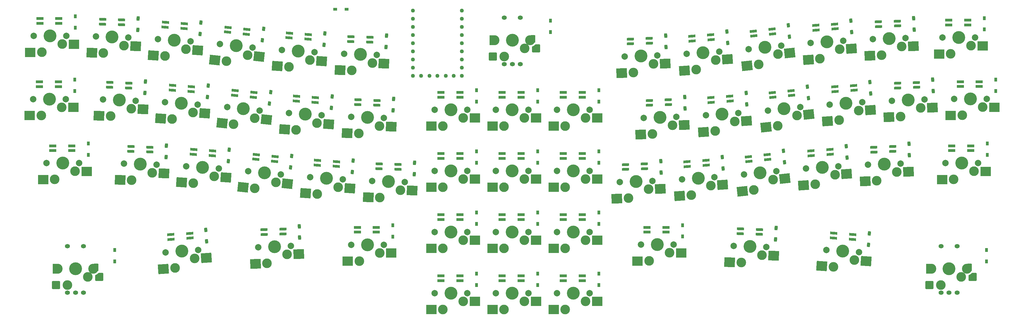
<source format=gbr>
G04 #@! TF.GenerationSoftware,KiCad,Pcbnew,7.0.9*
G04 #@! TF.CreationDate,2024-02-06T21:39:52+09:00*
G04 #@! TF.ProjectId,tijuana,74696a75-616e-4612-9e6b-696361645f70,rev?*
G04 #@! TF.SameCoordinates,Original*
G04 #@! TF.FileFunction,Soldermask,Bot*
G04 #@! TF.FilePolarity,Negative*
%FSLAX46Y46*%
G04 Gerber Fmt 4.6, Leading zero omitted, Abs format (unit mm)*
G04 Created by KiCad (PCBNEW 7.0.9) date 2024-02-06 21:39:52*
%MOMM*%
%LPD*%
G01*
G04 APERTURE LIST*
G04 Aperture macros list*
%AMRoundRect*
0 Rectangle with rounded corners*
0 $1 Rounding radius*
0 $2 $3 $4 $5 $6 $7 $8 $9 X,Y pos of 4 corners*
0 Add a 4 corners polygon primitive as box body*
4,1,4,$2,$3,$4,$5,$6,$7,$8,$9,$2,$3,0*
0 Add four circle primitives for the rounded corners*
1,1,$1+$1,$2,$3*
1,1,$1+$1,$4,$5*
1,1,$1+$1,$6,$7*
1,1,$1+$1,$8,$9*
0 Add four rect primitives between the rounded corners*
20,1,$1+$1,$2,$3,$4,$5,0*
20,1,$1+$1,$4,$5,$6,$7,0*
20,1,$1+$1,$6,$7,$8,$9,0*
20,1,$1+$1,$8,$9,$2,$3,0*%
%AMRotRect*
0 Rectangle, with rotation*
0 The origin of the aperture is its center*
0 $1 length*
0 $2 width*
0 $3 Rotation angle, in degrees counterclockwise*
0 Add horizontal line*
21,1,$1,$2,0,0,$3*%
%AMFreePoly0*
4,1,22,1.150000,1.217000,1.242000,1.125000,1.275000,1.000000,1.275000,-0.378000,1.255000,-0.477000,1.196000,-0.560000,1.110000,-0.613000,0.807000,-0.752000,0.530000,-0.939000,0.287000,-1.167000,0.203000,-1.228000,0.102000,-1.250000,-1.025000,-1.250000,-1.150000,-1.217000,-1.242000,-1.125000,-1.275000,-1.000000,-1.275000,1.000000,-1.242000,1.125000,-1.150000,1.217000,-1.025000,1.250000,
1.025000,1.250000,1.150000,1.217000,1.150000,1.217000,$1*%
G04 Aperture macros list end*
%ADD10R,0.950000X1.300000*%
%ADD11C,3.000000*%
%ADD12C,4.000000*%
%ADD13O,1.600000X1.300000*%
%ADD14RoundRect,0.249600X0.550400X0.900400X-0.550400X0.900400X-0.550400X-0.900400X0.550400X-0.900400X0*%
%ADD15C,3.100000*%
%ADD16RoundRect,0.249600X0.550400X1.300400X-0.550400X1.300400X-0.550400X-1.300400X0.550400X-1.300400X0*%
%ADD17RoundRect,0.250000X1.025000X1.000000X-1.025000X1.000000X-1.025000X-1.000000X1.025000X-1.000000X0*%
%ADD18FreePoly0,180.000000*%
%ADD19C,2.000000*%
%ADD20R,3.300000X3.000000*%
%ADD21R,2.200000X0.820000*%
%ADD22RotRect,2.200000X0.820000X184.000000*%
%ADD23RotRect,1.300000X0.950000X92.000000*%
%ADD24RotRect,2.200000X0.820000X4.000000*%
%ADD25RotRect,3.300000X3.000000X356.000000*%
%ADD26RotRect,2.200000X0.820000X354.000000*%
%ADD27RotRect,3.300000X3.000000X2.000000*%
%ADD28RotRect,1.300000X0.950000X94.000000*%
%ADD29RotRect,2.200000X0.820000X182.000000*%
%ADD30RotRect,1.300000X0.950000X268.000000*%
%ADD31RotRect,1.300000X0.950000X96.000000*%
%ADD32RotRect,3.300000X3.000000X4.000000*%
%ADD33RotRect,1.300000X0.950000X88.000000*%
%ADD34RotRect,2.200000X0.820000X356.000000*%
%ADD35RotRect,1.300000X0.950000X266.000000*%
%ADD36RotRect,2.200000X0.820000X6.000000*%
%ADD37RotRect,2.200000X0.820000X2.000000*%
%ADD38RotRect,2.200000X0.820000X176.000000*%
%ADD39RotRect,3.300000X3.000000X358.000000*%
%ADD40RotRect,2.200000X0.820000X178.000000*%
%ADD41RotRect,1.300000X0.950000X274.000000*%
%ADD42RotRect,3.300000X3.000000X354.000000*%
%ADD43RotRect,2.200000X0.820000X186.000000*%
%ADD44RotRect,2.200000X0.820000X358.000000*%
%ADD45RotRect,3.300000X3.000000X6.000000*%
%ADD46C,1.250000*%
%ADD47RotRect,2.200000X0.820000X174.000000*%
%ADD48RotRect,1.300000X0.950000X264.000000*%
%ADD49R,1.300000X0.950000*%
%ADD50RotRect,1.300000X0.950000X272.000000*%
%ADD51RotRect,1.300000X0.950000X86.000000*%
G04 APERTURE END LIST*
D10*
X198362700Y-66280000D03*
X198362700Y-62730000D03*
D11*
X39210000Y-101840000D03*
D12*
X35400000Y-99300000D03*
D11*
X32860000Y-104380000D03*
D13*
X32900000Y-106800000D03*
X37900000Y-106800000D03*
X35400000Y-106800000D03*
D14*
X41750000Y-98900000D03*
D15*
X40950000Y-99300000D03*
X29850000Y-99300000D03*
D16*
X29050000Y-99300000D03*
D13*
X32900000Y-92300000D03*
D17*
X29310000Y-104380000D03*
D18*
X42760000Y-101840000D03*
D13*
X37900000Y-92300000D03*
D19*
X176485900Y-106907200D03*
D11*
X175215900Y-109447200D03*
D12*
X171405900Y-106907200D03*
D11*
X168865900Y-111987200D03*
D19*
X166325900Y-106907200D03*
D20*
X178855900Y-109487200D03*
X165255900Y-112027200D03*
D21*
X314210100Y-61011500D03*
X308310100Y-61011500D03*
X308310100Y-62511500D03*
X314210100Y-62511500D03*
X193221600Y-82455800D03*
X187321600Y-82455800D03*
X187321600Y-83955800D03*
X193221600Y-83955800D03*
D22*
X271974904Y-44129255D03*
X277860531Y-43717691D03*
X277755896Y-42221345D03*
X271870269Y-42632909D03*
D23*
X295113547Y-63945419D03*
X294989653Y-60397581D03*
D24*
X271831596Y-23083645D03*
X265945969Y-23495209D03*
X266050604Y-24991555D03*
X271936231Y-24579991D03*
D19*
X71213725Y-28494763D03*
D11*
X69769638Y-30939985D03*
D12*
X66146100Y-28140400D03*
D11*
X63257924Y-33030844D03*
D19*
X61078475Y-27786037D03*
D25*
X73397981Y-31233801D03*
X59653928Y-32818926D03*
D26*
X90980236Y-44404568D03*
X85112556Y-43787850D03*
X84955764Y-45279632D03*
X90823444Y-45896350D03*
D21*
X310974500Y-42542900D03*
X316874500Y-42542900D03*
X316874500Y-41042900D03*
X310974500Y-41042900D03*
D10*
X179311500Y-81780700D03*
X179311500Y-85330700D03*
D19*
X118616425Y-71482763D03*
D11*
X117172338Y-73927985D03*
D12*
X113548800Y-71128400D03*
D11*
X110660624Y-76018844D03*
D19*
X108481175Y-70774037D03*
D25*
X120800681Y-74221801D03*
X107056628Y-75806926D03*
D19*
X299795705Y-46604011D03*
D11*
X298615124Y-49186786D03*
D12*
X294718800Y-46781300D03*
D11*
X292357637Y-51946850D03*
D19*
X289641895Y-46958589D03*
D27*
X302254302Y-49099727D03*
X288751232Y-52112813D03*
D28*
X238553918Y-28954676D03*
X238306282Y-25413324D03*
D29*
X291453871Y-43002597D03*
X297350278Y-42796689D03*
X297297929Y-41297603D03*
X291401522Y-41503511D03*
D21*
X129069400Y-86434100D03*
X123169400Y-86434100D03*
X123169400Y-87934100D03*
X129069400Y-87934100D03*
D10*
X319087500Y-97025000D03*
X319087500Y-93475000D03*
D30*
X134438147Y-46379581D03*
X134314253Y-49927419D03*
D31*
X256235038Y-66093876D03*
X255863962Y-62563324D03*
D19*
X32499900Y-26785400D03*
D11*
X31229900Y-29325400D03*
D12*
X27419900Y-26785400D03*
D11*
X24879900Y-31865400D03*
D19*
X22339900Y-26785400D03*
D20*
X34869900Y-29365400D03*
X21269900Y-31905400D03*
D19*
X241844825Y-50816937D03*
D11*
X240755100Y-53439341D03*
D12*
X236777200Y-51171300D03*
D11*
X234597750Y-56416107D03*
D19*
X231709575Y-51525663D03*
D32*
X244389024Y-53225330D03*
X230999334Y-56707830D03*
D19*
X112037425Y-51525663D03*
D11*
X110593338Y-53970885D03*
D12*
X106969800Y-51171300D03*
D11*
X104081624Y-56061744D03*
D19*
X101902175Y-50816937D03*
D25*
X114221681Y-54264701D03*
X100477628Y-55849826D03*
D30*
X141021847Y-66343281D03*
X140897953Y-69891119D03*
D19*
X279394725Y-94182263D03*
D11*
X277950638Y-96627485D03*
D12*
X274327100Y-93827900D03*
D11*
X271438924Y-98718344D03*
D19*
X269259475Y-93473537D03*
D25*
X281578981Y-96921301D03*
X267834928Y-98506426D03*
D19*
X73607225Y-93503537D03*
D11*
X72517500Y-96125941D03*
D12*
X68539600Y-93857900D03*
D11*
X66360150Y-99102707D03*
D19*
X63471975Y-94212263D03*
D32*
X76151424Y-95911930D03*
X62761734Y-99394430D03*
D19*
X319172300Y-46440000D03*
D11*
X317902300Y-48980000D03*
D12*
X314092300Y-46440000D03*
D11*
X311552300Y-51520000D03*
D19*
X309012300Y-46440000D03*
D20*
X321542300Y-49020000D03*
X307942300Y-51560000D03*
D19*
X176485900Y-49757200D03*
D11*
X175215900Y-52297200D03*
D12*
X171405900Y-49757200D03*
D11*
X168865900Y-54837200D03*
D19*
X166325900Y-49757200D03*
D20*
X178855900Y-52337200D03*
X165255900Y-54877200D03*
D23*
X302529247Y-43975219D03*
X302405353Y-40427381D03*
D33*
X253449853Y-90153019D03*
X253573747Y-86605181D03*
D34*
X71499831Y-42617809D03*
X65614204Y-42206245D03*
X65509569Y-43702591D03*
X71395196Y-44114155D03*
D35*
X76706418Y-42273924D03*
X76458782Y-45815276D03*
D21*
X168273600Y-103012500D03*
X174173600Y-103012500D03*
X174173600Y-101512500D03*
X168273600Y-101512500D03*
X28334900Y-62517300D03*
X34234900Y-62517300D03*
X34234900Y-61017300D03*
X28334900Y-61017300D03*
D36*
X250826744Y-63784550D03*
X244959064Y-64401268D03*
X245115856Y-65893050D03*
X250983536Y-65276332D03*
D24*
X233223796Y-26449045D03*
X227338169Y-26860609D03*
X227442804Y-28356955D03*
X233328431Y-27945391D03*
D37*
X214085229Y-27552403D03*
X208188822Y-27758311D03*
X208241171Y-29257397D03*
X214137578Y-29051489D03*
D30*
X57151247Y-40965281D03*
X57027353Y-44513119D03*
D38*
X72094269Y-63656091D03*
X77979896Y-64067655D03*
X78084531Y-62571309D03*
X72198904Y-62159745D03*
D37*
X289878529Y-61260403D03*
X283982122Y-61466311D03*
X284034471Y-62965397D03*
X289930878Y-62759489D03*
D10*
X224466900Y-89288700D03*
X224466900Y-85738700D03*
D23*
X219316747Y-30229019D03*
X219192853Y-26681181D03*
D19*
X60675705Y-66925689D03*
D11*
X59317834Y-69419820D03*
D12*
X55598800Y-66748400D03*
D11*
X52883058Y-71736661D03*
D19*
X50521895Y-66571111D03*
D39*
X62954221Y-69586830D03*
X49273861Y-71650649D03*
D19*
X54096705Y-46958589D03*
D11*
X52738834Y-49452720D03*
D12*
X49019800Y-46781300D03*
D11*
X46304058Y-51769561D03*
D19*
X43942895Y-46604011D03*
D39*
X56375221Y-49619730D03*
X42694861Y-51683549D03*
D19*
X131379600Y-91835300D03*
D11*
X130109600Y-94375300D03*
D12*
X126299600Y-91835300D03*
D11*
X123759600Y-96915300D03*
D19*
X121219600Y-91835300D03*
D20*
X133749600Y-94415300D03*
X120149600Y-96955300D03*
D40*
X129911122Y-68140689D03*
X135807529Y-68346597D03*
X135859878Y-66847511D03*
X129963471Y-66641603D03*
D10*
X35333300Y-20670300D03*
X35333300Y-24220300D03*
D41*
X76000982Y-87234624D03*
X76248618Y-90775976D03*
D21*
X24290300Y-22880100D03*
X30190300Y-22880100D03*
X30190300Y-21380100D03*
X24290300Y-21380100D03*
D38*
X271463969Y-89725691D03*
X277349596Y-90137255D03*
X277454231Y-88640909D03*
X271568604Y-88229345D03*
D40*
X52605822Y-62746389D03*
X58502229Y-62952297D03*
X58554578Y-61453211D03*
X52658171Y-61247303D03*
D31*
X257735138Y-26997076D03*
X257364062Y-23466524D03*
D19*
X90498271Y-30361405D03*
D11*
X88969726Y-32754739D03*
D12*
X85446100Y-29830400D03*
D11*
X82389010Y-34617069D03*
D19*
X80393929Y-29299395D03*
D42*
X92585605Y-33175004D03*
X78794604Y-34279502D03*
D19*
X216580905Y-32863111D03*
D11*
X215400324Y-35445886D03*
D12*
X211504000Y-33040400D03*
D11*
X209142837Y-38205950D03*
D19*
X206427095Y-33217689D03*
D27*
X219039502Y-35358827D03*
X205536432Y-38371913D03*
D10*
X319342100Y-63880900D03*
X319342100Y-60330900D03*
D19*
X131396705Y-52358589D03*
D11*
X130038834Y-54852720D03*
D12*
X126319800Y-52181300D03*
D11*
X123604058Y-57169561D03*
D19*
X121242895Y-52004011D03*
D39*
X133675221Y-55019730D03*
X119994861Y-57083549D03*
D35*
X113082418Y-26017924D03*
X112834782Y-29559276D03*
D43*
X252556956Y-45932350D03*
X258424636Y-45315632D03*
X258267844Y-43823850D03*
X252400164Y-44440568D03*
D24*
X270333596Y-62187245D03*
X264447969Y-62598809D03*
X264552604Y-64095155D03*
X270438231Y-63683591D03*
D22*
X233378204Y-47507155D03*
X239263831Y-47095591D03*
X239159196Y-45599245D03*
X233273569Y-46010809D03*
D19*
X176485900Y-87857200D03*
D11*
X175215900Y-90397200D03*
D12*
X171405900Y-87857200D03*
D11*
X168865900Y-92937200D03*
D19*
X166325900Y-87857200D03*
D20*
X178855900Y-90437200D03*
X165255900Y-92977200D03*
D19*
X234406425Y-70774037D03*
D11*
X233316700Y-73396441D03*
D12*
X229338800Y-71128400D03*
D11*
X227159350Y-76373207D03*
D19*
X224271175Y-71482763D03*
D32*
X236950624Y-73182430D03*
X223560934Y-76664930D03*
D34*
X110112131Y-45981909D03*
X104226504Y-45570345D03*
X104121869Y-47066691D03*
X110007496Y-47478255D03*
D21*
X187329300Y-64914500D03*
X193229300Y-64914500D03*
X193229300Y-63414500D03*
X187329300Y-63414500D03*
X174175000Y-82457300D03*
X168275000Y-82457300D03*
X168275000Y-83957300D03*
X174175000Y-83957300D03*
D10*
X321999700Y-43914000D03*
X321999700Y-40364000D03*
D19*
X215065705Y-71964011D03*
D11*
X213885124Y-74546786D03*
D12*
X209988800Y-72141300D03*
D11*
X207627637Y-77306850D03*
D19*
X204911895Y-72318589D03*
D27*
X217524302Y-74459727D03*
X204021232Y-77472813D03*
D19*
X137975705Y-72318589D03*
D11*
X136617834Y-74812720D03*
D12*
X132898800Y-72141300D03*
D11*
X130183058Y-77129561D03*
D19*
X127821895Y-71964011D03*
D39*
X140254221Y-74979730D03*
X126573861Y-77043549D03*
D30*
X132235347Y-26710781D03*
X132111453Y-30258619D03*
D19*
X195535900Y-49757200D03*
D11*
X194265900Y-52297200D03*
D12*
X190455900Y-49757200D03*
D11*
X187915900Y-54837200D03*
D19*
X185375900Y-49757200D03*
D20*
X197905900Y-52337200D03*
X184305900Y-54877200D03*
D44*
X51980578Y-41482211D03*
X46084171Y-41276303D03*
X46031822Y-42775389D03*
X51928229Y-42981297D03*
D29*
X214155471Y-48393397D03*
X220051878Y-48187489D03*
X219999529Y-46688403D03*
X214103122Y-46894311D03*
D19*
X261126771Y-48950295D03*
D11*
X260129231Y-51609132D03*
D12*
X256074600Y-49481300D03*
D11*
X254079519Y-54798974D03*
D19*
X251022429Y-50012305D03*
D45*
X263753472Y-51268429D03*
X250493476Y-55216102D03*
D19*
X280443025Y-47446937D03*
D11*
X279353300Y-50069341D03*
D12*
X275375400Y-47801300D03*
D11*
X273195950Y-53046107D03*
D19*
X270307775Y-48155663D03*
D32*
X282987224Y-49855330D03*
X269597534Y-53337830D03*
D19*
X157435900Y-49757200D03*
D11*
X156165900Y-52297200D03*
D12*
X152355900Y-49757200D03*
D11*
X149815900Y-54837200D03*
D19*
X147275900Y-49757200D03*
D20*
X159805900Y-52337200D03*
X146205900Y-54877200D03*
D19*
X292380705Y-66571111D03*
D11*
X291200124Y-69153886D03*
D12*
X287303800Y-66748400D03*
D11*
X284942637Y-71913950D03*
D19*
X282226895Y-66925689D03*
D27*
X294839302Y-69066827D03*
X281336232Y-72079913D03*
D19*
X80016425Y-68112763D03*
D11*
X78572338Y-70557985D03*
D12*
X74948800Y-67758400D03*
D11*
X72060624Y-72648844D03*
D19*
X69881175Y-67404037D03*
D25*
X82200681Y-70851801D03*
X68456628Y-72436926D03*
D19*
X195535900Y-68807200D03*
D11*
X194265900Y-71347200D03*
D12*
X190455900Y-68807200D03*
D11*
X187915900Y-73887200D03*
D19*
X185375900Y-68807200D03*
D20*
X197905900Y-71387200D03*
X184305900Y-73927200D03*
D10*
X160265600Y-62722400D03*
X160265600Y-66272400D03*
D21*
X30035900Y-41055100D03*
X24135900Y-41055100D03*
X24135900Y-42555100D03*
X30035900Y-42555100D03*
D19*
X255190171Y-29809395D03*
D11*
X254192631Y-32468232D03*
D12*
X250138000Y-30340400D03*
D11*
X248142919Y-35658074D03*
D19*
X245085829Y-30871405D03*
D45*
X257816872Y-32127529D03*
X244556876Y-36075202D03*
D19*
X316517900Y-66408400D03*
D11*
X315247900Y-68948400D03*
D12*
X311437900Y-66408400D03*
D11*
X308897900Y-71488400D03*
D19*
X306357900Y-66408400D03*
D20*
X318887900Y-68988400D03*
X305287900Y-71528400D03*
D37*
X99977329Y-86943803D03*
X94080922Y-87149711D03*
X94133271Y-88648797D03*
X100029678Y-88442889D03*
D21*
X168268400Y-64914400D03*
X174168400Y-64914400D03*
X174168400Y-63414400D03*
X168268400Y-63414400D03*
D46*
X140520000Y-18920000D03*
X140520000Y-21440000D03*
X140520000Y-23980000D03*
X140520000Y-26510000D03*
X140520000Y-29060000D03*
X140520000Y-31600000D03*
X140520000Y-34140000D03*
X140520000Y-36680000D03*
X140520000Y-39220000D03*
X143060000Y-39220000D03*
X145610000Y-39220000D03*
X148140334Y-39220000D03*
X150690334Y-39220000D03*
X153220000Y-39220000D03*
X155760000Y-39204341D03*
X155760000Y-36680000D03*
X155760000Y-34140000D03*
X155760000Y-31600000D03*
X155760000Y-29060000D03*
X155760000Y-26510000D03*
X155760000Y-23980000D03*
X155760000Y-21440000D03*
X155760000Y-18920000D03*
D19*
X129183005Y-32707689D03*
D11*
X127825134Y-35201820D03*
D12*
X124106100Y-32530400D03*
D11*
X121390358Y-37518661D03*
D19*
X119029195Y-32353111D03*
D39*
X131461521Y-35368830D03*
X117781161Y-37432649D03*
D21*
X155132000Y-44363500D03*
X149232000Y-44363500D03*
X149232000Y-45863500D03*
X155132000Y-45863500D03*
D10*
X179319200Y-47221800D03*
X179319200Y-43671800D03*
D28*
X275656718Y-64681576D03*
X275409082Y-61140224D03*
D40*
X43796322Y-23080189D03*
X49692729Y-23286097D03*
X49745078Y-21787011D03*
X43848671Y-21581103D03*
D47*
X82734464Y-25618732D03*
X88602144Y-26235450D03*
X88758936Y-24743668D03*
X82891256Y-24126950D03*
D38*
X63288469Y-24025291D03*
X69174096Y-24436855D03*
X69278731Y-22940509D03*
X63393104Y-22528945D03*
D10*
X198368800Y-47230900D03*
X198368800Y-43680900D03*
D19*
X32345900Y-46451300D03*
D11*
X31075900Y-48991300D03*
D12*
X27265900Y-46451300D03*
D11*
X24725900Y-51531300D03*
D19*
X22185900Y-46451300D03*
D20*
X34715900Y-49031300D03*
X21115900Y-51571300D03*
D10*
X160266200Y-100830900D03*
X160266200Y-104380900D03*
D28*
X237049418Y-68056976D03*
X236801782Y-64515624D03*
D19*
X102476505Y-92250611D03*
D11*
X101295924Y-94833386D03*
D12*
X97399600Y-92427900D03*
D11*
X95038437Y-97593450D03*
D19*
X92322695Y-92605189D03*
D27*
X104935102Y-94746327D03*
X91432032Y-97759413D03*
D40*
X242461522Y-88399089D03*
X248357929Y-88604997D03*
X248410278Y-87105911D03*
X242513871Y-86900003D03*
D21*
X149227800Y-64914600D03*
X155127800Y-64914600D03*
X155127800Y-63414600D03*
X149227800Y-63414600D03*
D28*
X283087318Y-44729576D03*
X282839682Y-41188224D03*
D40*
X121115422Y-28517089D03*
X127011829Y-28722997D03*
X127064178Y-27223911D03*
X121167771Y-27018003D03*
D21*
X174171200Y-44365900D03*
X168271200Y-44365900D03*
X168271200Y-45865900D03*
X174171200Y-45865900D03*
X313295900Y-21894100D03*
X307395900Y-21894100D03*
X307395900Y-23394100D03*
X313295900Y-23394100D03*
D24*
X70932296Y-88284545D03*
X65046669Y-88696109D03*
X65151304Y-90192455D03*
X71036931Y-89780891D03*
D47*
X91537764Y-65242632D03*
X97405444Y-65859350D03*
X97562236Y-64367568D03*
X91694556Y-63750850D03*
D21*
X149223100Y-103013800D03*
X155123100Y-103013800D03*
X155123100Y-101513800D03*
X149223100Y-101513800D03*
D10*
X179320400Y-66279400D03*
X179320400Y-62729400D03*
D19*
X92721971Y-50012305D03*
D11*
X91193426Y-52405639D03*
D12*
X87669800Y-49481300D03*
D11*
X84612710Y-54267969D03*
D19*
X82617629Y-48950295D03*
D42*
X94809305Y-52825904D03*
X81018304Y-53930402D03*
D19*
X99300971Y-69969405D03*
D11*
X97772426Y-72362739D03*
D12*
X94248800Y-69438400D03*
D11*
X91191710Y-74225069D03*
D19*
X89196629Y-68907395D03*
D42*
X101388305Y-72783004D03*
X87597304Y-73887502D03*
D10*
X35176700Y-40372500D03*
X35176700Y-43922500D03*
X39382700Y-60329100D03*
X39382700Y-63879100D03*
D19*
X235910125Y-31676037D03*
D11*
X234820400Y-34298441D03*
D12*
X230842500Y-32030400D03*
D11*
X228663050Y-37275207D03*
D19*
X225774875Y-32384763D03*
D32*
X238454324Y-34084430D03*
X225064634Y-37566930D03*
D21*
X155122900Y-82464800D03*
X149222900Y-82464800D03*
X149222900Y-83964800D03*
X155122900Y-83964800D03*
D48*
X102755738Y-64218224D03*
X102384662Y-67748776D03*
D49*
X116280200Y-18441400D03*
X119830200Y-18441400D03*
D10*
X134204100Y-85755700D03*
X134204100Y-89305700D03*
D31*
X263671338Y-46136476D03*
X263300262Y-42605924D03*
D28*
X277143618Y-25575476D03*
X276895982Y-22034124D03*
D19*
X195535900Y-87857200D03*
D11*
X194265900Y-90397200D03*
D12*
X190455900Y-87857200D03*
D11*
X187915900Y-92937200D03*
D19*
X185375900Y-87857200D03*
D20*
X197905900Y-90437200D03*
X184305900Y-92977200D03*
D37*
X212567729Y-66658503D03*
X206671322Y-66864411D03*
X206723671Y-68363497D03*
X212620078Y-68157589D03*
D50*
X105093153Y-86078681D03*
X105217047Y-89626519D03*
D44*
X129274878Y-46887411D03*
X123378471Y-46681503D03*
X123326122Y-48180589D03*
X129222529Y-48386497D03*
D21*
X193223700Y-44364900D03*
X187323700Y-44364900D03*
X187323700Y-45864900D03*
X193223700Y-45864900D03*
D48*
X93969938Y-24603524D03*
X93598862Y-28134076D03*
D21*
X213418100Y-87917700D03*
X219318100Y-87917700D03*
X219318100Y-86417700D03*
X213418100Y-86417700D03*
D10*
X179322700Y-100832700D03*
X179322700Y-104382700D03*
D19*
X36545900Y-66408400D03*
D11*
X35275900Y-68948400D03*
D12*
X31465900Y-66408400D03*
D11*
X28925900Y-71488400D03*
D19*
X26385900Y-66408400D03*
D20*
X38915900Y-68988400D03*
X25315900Y-71528400D03*
D19*
X250534005Y-92579189D03*
D11*
X249176134Y-95073320D03*
D12*
X245457100Y-92401900D03*
D11*
X242741358Y-97390161D03*
D19*
X240380195Y-92224611D03*
D39*
X252812521Y-95240330D03*
X239132161Y-97304149D03*
D35*
X121877318Y-65620724D03*
X121629682Y-69162076D03*
X74461218Y-22641324D03*
X74213582Y-26182676D03*
D19*
X253690971Y-68907395D03*
D11*
X252693431Y-71566232D03*
D12*
X248638800Y-69438400D03*
D11*
X246643719Y-74756074D03*
D19*
X243586629Y-69969405D03*
D45*
X256317672Y-71225529D03*
X243057676Y-75173202D03*
D38*
X101904269Y-27397591D03*
X107789896Y-27809155D03*
X107894531Y-26312809D03*
X102008904Y-25901245D03*
D19*
X293855205Y-27457111D03*
D11*
X292674624Y-30039886D03*
D12*
X288778300Y-27634400D03*
D11*
X286417137Y-32799950D03*
D19*
X283701395Y-27811689D03*
D27*
X296313802Y-29952827D03*
X282810732Y-32965913D03*
D19*
X222500605Y-52004011D03*
D11*
X221320024Y-54586786D03*
D12*
X217423700Y-52181300D03*
D11*
X215062537Y-57346850D03*
D19*
X212346795Y-52358589D03*
D27*
X224959202Y-54499727D03*
X211456132Y-57512813D03*
D35*
X115292818Y-45650424D03*
X115045182Y-49191776D03*
D28*
X244490418Y-48097776D03*
X244242782Y-44556424D03*
D19*
X274504125Y-28296037D03*
D11*
X273414400Y-30918441D03*
D12*
X269436500Y-28650400D03*
D11*
X267257050Y-33895207D03*
D19*
X264368875Y-29004763D03*
D32*
X277048324Y-30704430D03*
X263658634Y-34186930D03*
D10*
X160281100Y-43674200D03*
X160281100Y-47224200D03*
X160266600Y-81778900D03*
X160266600Y-85328900D03*
D19*
X221637100Y-91816000D03*
D11*
X220367100Y-94356000D03*
D12*
X216557100Y-91816000D03*
D11*
X214017100Y-96896000D03*
D19*
X211477100Y-91816000D03*
D20*
X224007100Y-94396000D03*
X210407100Y-96936000D03*
D19*
X273016425Y-67404037D03*
D11*
X271926700Y-70026441D03*
D12*
X267948800Y-67758400D03*
D11*
X265769350Y-73003207D03*
D19*
X262881175Y-68112763D03*
D32*
X275560624Y-69812430D03*
X262170934Y-73294930D03*
D23*
X225236547Y-49382119D03*
X225112653Y-45834281D03*
D19*
X73437425Y-48155663D03*
D11*
X71993338Y-50600885D03*
D12*
X68369800Y-47801300D03*
D11*
X65481624Y-52691744D03*
D19*
X63302175Y-47446937D03*
D25*
X75621681Y-50894701D03*
X61877628Y-52479826D03*
D10*
X198366700Y-85325100D03*
X198366700Y-81775100D03*
D19*
X157435900Y-87857200D03*
D11*
X156165900Y-90397200D03*
D12*
X152355900Y-87857200D03*
D11*
X149815900Y-92937200D03*
D19*
X147275900Y-87857200D03*
D20*
X159805900Y-90437200D03*
X146205900Y-92977200D03*
D19*
X176485900Y-68807200D03*
D11*
X175215900Y-71347200D03*
D12*
X171405900Y-68807200D03*
D11*
X168865900Y-73887200D03*
D19*
X166325900Y-68807200D03*
D20*
X178855900Y-71387200D03*
X165255900Y-73927200D03*
D35*
X83274618Y-62243224D03*
X83026982Y-65784576D03*
D10*
X198362800Y-104378200D03*
X198362800Y-100828200D03*
D19*
X109823725Y-31874763D03*
D11*
X108379638Y-34319985D03*
D12*
X104756100Y-31520400D03*
D11*
X101867924Y-36410844D03*
D19*
X99688475Y-31166037D03*
D25*
X112007981Y-34613801D03*
X98263928Y-36198926D03*
D10*
X183356300Y-22037500D03*
X183356300Y-25587500D03*
D19*
X157435900Y-68807200D03*
D11*
X156165900Y-71347200D03*
D12*
X152355900Y-68807200D03*
D11*
X149815900Y-73887200D03*
D19*
X147275900Y-68807200D03*
D20*
X159805900Y-71387200D03*
X146205900Y-73927200D03*
D30*
X54905947Y-21315381D03*
X54782053Y-24863219D03*
D38*
X110693469Y-67025591D03*
X116579096Y-67437155D03*
X116683731Y-65940809D03*
X110798104Y-65529245D03*
D11*
X311285600Y-101840000D03*
D12*
X307475600Y-99300000D03*
D11*
X304935600Y-104380000D03*
D13*
X304975600Y-106800000D03*
X309975600Y-106800000D03*
X307475600Y-106800000D03*
D14*
X313825600Y-98900000D03*
D15*
X313025600Y-99300000D03*
X301925600Y-99300000D03*
D16*
X301125600Y-99300000D03*
D13*
X304975600Y-92300000D03*
D17*
X301385600Y-104380000D03*
D18*
X314835600Y-101840000D03*
D13*
X309975600Y-92300000D03*
D11*
X175260000Y-30640000D03*
D12*
X171450000Y-28100000D03*
D11*
X168910000Y-33180000D03*
D13*
X168950000Y-35600000D03*
X173950000Y-35600000D03*
X171450000Y-35600000D03*
D14*
X177800000Y-27700000D03*
D15*
X177000000Y-28100000D03*
X165900000Y-28100000D03*
D16*
X165100000Y-28100000D03*
D13*
X168950000Y-21100000D03*
D17*
X165360000Y-33180000D03*
D18*
X178810000Y-30640000D03*
D13*
X173950000Y-21100000D03*
D30*
X63715647Y-60944181D03*
X63591753Y-64492019D03*
D23*
X296591947Y-24834519D03*
X296468053Y-21286681D03*
D51*
X282390082Y-91861876D03*
X282637718Y-88320524D03*
D19*
X315612700Y-27295400D03*
D11*
X314342700Y-29835400D03*
D12*
X310532700Y-27295400D03*
D11*
X307992700Y-32375400D03*
D19*
X305452700Y-27295400D03*
D20*
X317982700Y-29875400D03*
X304382700Y-32415400D03*
D21*
X187321700Y-103011100D03*
X193221700Y-103011100D03*
X193221700Y-101511100D03*
X187321700Y-101511100D03*
D36*
X252347244Y-24681850D03*
X246479564Y-25298568D03*
X246636356Y-26790350D03*
X252504036Y-26173632D03*
D19*
X51871005Y-27301689D03*
D11*
X50513134Y-29795820D03*
D12*
X46794100Y-27124400D03*
D11*
X44078358Y-32112661D03*
D19*
X41717195Y-26947111D03*
D39*
X54149521Y-29962830D03*
X40469161Y-32026649D03*
D10*
X318439700Y-24767900D03*
X318439700Y-21217900D03*
D48*
X96174438Y-44280924D03*
X95803362Y-47811476D03*
D24*
X231726096Y-65553145D03*
X225840469Y-65964709D03*
X225945104Y-67461055D03*
X231830731Y-67049491D03*
D19*
X157435900Y-106907200D03*
D11*
X156165900Y-109447200D03*
D12*
X152355900Y-106907200D03*
D11*
X149815900Y-111987200D03*
D19*
X147275900Y-106907200D03*
D20*
X159805900Y-109487200D03*
X146205900Y-112027200D03*
D19*
X195535900Y-106907200D03*
D11*
X194265900Y-109447200D03*
D12*
X190455900Y-106907200D03*
D11*
X187915900Y-111987200D03*
D19*
X185375900Y-106907200D03*
D20*
X197905900Y-109487200D03*
X184305900Y-112027200D03*
D37*
X291355829Y-22151303D03*
X285459422Y-22357211D03*
X285511771Y-23856297D03*
X291408178Y-23650389D03*
D23*
X217803347Y-69342419D03*
X217679453Y-65794581D03*
D10*
X47625000Y-93475000D03*
X47625000Y-97025000D03*
M02*

</source>
